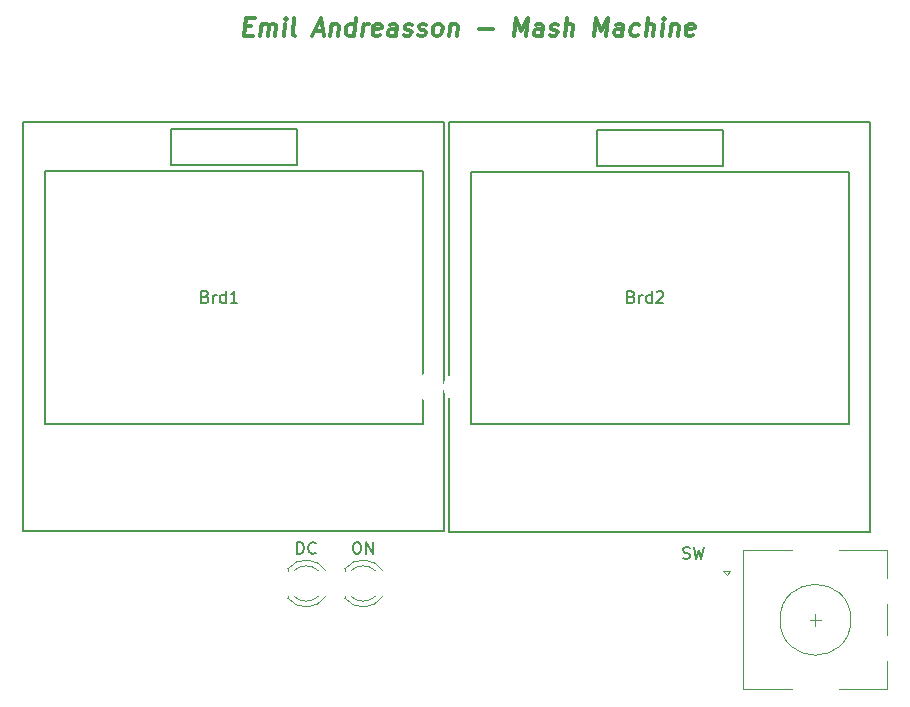
<source format=gto>
G04 #@! TF.GenerationSoftware,KiCad,Pcbnew,(5.0.2)-1*
G04 #@! TF.CreationDate,2024-08-16T20:27:31+02:00*
G04 #@! TF.ProjectId,MashMachine,4d617368-4d61-4636-9869-6e652e6b6963,rev?*
G04 #@! TF.SameCoordinates,Original*
G04 #@! TF.FileFunction,Legend,Top*
G04 #@! TF.FilePolarity,Positive*
%FSLAX46Y46*%
G04 Gerber Fmt 4.6, Leading zero omitted, Abs format (unit mm)*
G04 Created by KiCad (PCBNEW (5.0.2)-1) date 08/16/24 20:27:31*
%MOMM*%
%LPD*%
G01*
G04 APERTURE LIST*
%ADD10C,0.300000*%
%ADD11C,0.150000*%
%ADD12C,0.120000*%
%ADD13R,2.204000X2.204000*%
%ADD14C,2.204000*%
%ADD15R,1.626000X1.626000*%
%ADD16C,1.626000*%
%ADD17R,2.102000X2.102000*%
%ADD18C,2.102000*%
%ADD19C,1.702000*%
%ADD20O,1.702000X1.702000*%
%ADD21R,1.902000X1.902000*%
%ADD22C,1.902000*%
%ADD23C,5.702000*%
%ADD24O,1.802000X1.802000*%
%ADD25R,1.802000X1.802000*%
%ADD26R,2.007000X2.102000*%
%ADD27O,2.007000X2.102000*%
%ADD28R,3.302000X2.102000*%
G04 APERTURE END LIST*
D10*
X116641642Y-84030357D02*
X117141642Y-84030357D01*
X117257714Y-84816071D02*
X116543428Y-84816071D01*
X116730928Y-83316071D01*
X117445214Y-83316071D01*
X117900571Y-84816071D02*
X118025571Y-83816071D01*
X118007714Y-83958928D02*
X118088071Y-83887500D01*
X118239857Y-83816071D01*
X118454142Y-83816071D01*
X118588071Y-83887500D01*
X118641642Y-84030357D01*
X118543428Y-84816071D01*
X118641642Y-84030357D02*
X118730928Y-83887500D01*
X118882714Y-83816071D01*
X119096999Y-83816071D01*
X119230928Y-83887500D01*
X119284499Y-84030357D01*
X119186285Y-84816071D01*
X119900571Y-84816071D02*
X120025571Y-83816071D01*
X120088071Y-83316071D02*
X120007714Y-83387500D01*
X120070214Y-83458928D01*
X120150571Y-83387500D01*
X120088071Y-83316071D01*
X120070214Y-83458928D01*
X120829142Y-84816071D02*
X120695214Y-84744642D01*
X120641642Y-84601785D01*
X120802357Y-83316071D01*
X122525571Y-84387500D02*
X123239857Y-84387500D01*
X122329142Y-84816071D02*
X123016642Y-83316071D01*
X123329142Y-84816071D01*
X123954142Y-83816071D02*
X123829142Y-84816071D01*
X123936285Y-83958928D02*
X124016642Y-83887500D01*
X124168428Y-83816071D01*
X124382714Y-83816071D01*
X124516642Y-83887500D01*
X124570214Y-84030357D01*
X124471999Y-84816071D01*
X125829142Y-84816071D02*
X126016642Y-83316071D01*
X125838071Y-84744642D02*
X125686285Y-84816071D01*
X125400571Y-84816071D01*
X125266642Y-84744642D01*
X125204142Y-84673214D01*
X125150571Y-84530357D01*
X125204142Y-84101785D01*
X125293428Y-83958928D01*
X125373785Y-83887500D01*
X125525571Y-83816071D01*
X125811285Y-83816071D01*
X125945214Y-83887500D01*
X126543428Y-84816071D02*
X126668428Y-83816071D01*
X126632714Y-84101785D02*
X126721999Y-83958928D01*
X126802357Y-83887500D01*
X126954142Y-83816071D01*
X127096999Y-83816071D01*
X128052357Y-84744642D02*
X127900571Y-84816071D01*
X127614857Y-84816071D01*
X127480928Y-84744642D01*
X127427357Y-84601785D01*
X127498785Y-84030357D01*
X127588071Y-83887500D01*
X127739857Y-83816071D01*
X128025571Y-83816071D01*
X128159499Y-83887500D01*
X128213071Y-84030357D01*
X128195214Y-84173214D01*
X127463071Y-84316071D01*
X129400571Y-84816071D02*
X129498785Y-84030357D01*
X129445214Y-83887500D01*
X129311285Y-83816071D01*
X129025571Y-83816071D01*
X128873785Y-83887500D01*
X129409499Y-84744642D02*
X129257714Y-84816071D01*
X128900571Y-84816071D01*
X128766642Y-84744642D01*
X128713071Y-84601785D01*
X128730928Y-84458928D01*
X128820214Y-84316071D01*
X128971999Y-84244642D01*
X129329142Y-84244642D01*
X129480928Y-84173214D01*
X130052357Y-84744642D02*
X130186285Y-84816071D01*
X130471999Y-84816071D01*
X130623785Y-84744642D01*
X130713071Y-84601785D01*
X130721999Y-84530357D01*
X130668428Y-84387500D01*
X130534499Y-84316071D01*
X130320214Y-84316071D01*
X130186285Y-84244642D01*
X130132714Y-84101785D01*
X130141642Y-84030357D01*
X130230928Y-83887500D01*
X130382714Y-83816071D01*
X130596999Y-83816071D01*
X130730928Y-83887500D01*
X131266642Y-84744642D02*
X131400571Y-84816071D01*
X131686285Y-84816071D01*
X131838071Y-84744642D01*
X131927357Y-84601785D01*
X131936285Y-84530357D01*
X131882714Y-84387500D01*
X131748785Y-84316071D01*
X131534499Y-84316071D01*
X131400571Y-84244642D01*
X131346999Y-84101785D01*
X131355928Y-84030357D01*
X131445214Y-83887500D01*
X131596999Y-83816071D01*
X131811285Y-83816071D01*
X131945214Y-83887500D01*
X132757714Y-84816071D02*
X132623785Y-84744642D01*
X132561285Y-84673214D01*
X132507714Y-84530357D01*
X132561285Y-84101785D01*
X132650571Y-83958928D01*
X132730928Y-83887500D01*
X132882714Y-83816071D01*
X133096999Y-83816071D01*
X133230928Y-83887500D01*
X133293428Y-83958928D01*
X133347000Y-84101785D01*
X133293428Y-84530357D01*
X133204142Y-84673214D01*
X133123785Y-84744642D01*
X132971999Y-84816071D01*
X132757714Y-84816071D01*
X134025571Y-83816071D02*
X133900571Y-84816071D01*
X134007714Y-83958928D02*
X134088071Y-83887500D01*
X134239857Y-83816071D01*
X134454142Y-83816071D01*
X134588071Y-83887500D01*
X134641642Y-84030357D01*
X134543428Y-84816071D01*
X136472000Y-84244642D02*
X137614857Y-84244642D01*
X139400571Y-84816071D02*
X139588071Y-83316071D01*
X139954142Y-84387500D01*
X140588071Y-83316071D01*
X140400571Y-84816071D01*
X141757714Y-84816071D02*
X141855928Y-84030357D01*
X141802357Y-83887500D01*
X141668428Y-83816071D01*
X141382714Y-83816071D01*
X141230928Y-83887500D01*
X141766642Y-84744642D02*
X141614857Y-84816071D01*
X141257714Y-84816071D01*
X141123785Y-84744642D01*
X141070214Y-84601785D01*
X141088071Y-84458928D01*
X141177357Y-84316071D01*
X141329142Y-84244642D01*
X141686285Y-84244642D01*
X141838071Y-84173214D01*
X142409500Y-84744642D02*
X142543428Y-84816071D01*
X142829142Y-84816071D01*
X142980928Y-84744642D01*
X143070214Y-84601785D01*
X143079142Y-84530357D01*
X143025571Y-84387500D01*
X142891642Y-84316071D01*
X142677357Y-84316071D01*
X142543428Y-84244642D01*
X142489857Y-84101785D01*
X142498785Y-84030357D01*
X142588071Y-83887500D01*
X142739857Y-83816071D01*
X142954142Y-83816071D01*
X143088071Y-83887500D01*
X143686285Y-84816071D02*
X143873785Y-83316071D01*
X144329142Y-84816071D02*
X144427357Y-84030357D01*
X144373785Y-83887500D01*
X144239857Y-83816071D01*
X144025571Y-83816071D01*
X143873785Y-83887500D01*
X143793428Y-83958928D01*
X146186285Y-84816071D02*
X146373785Y-83316071D01*
X146739857Y-84387500D01*
X147373785Y-83316071D01*
X147186285Y-84816071D01*
X148543428Y-84816071D02*
X148641642Y-84030357D01*
X148588071Y-83887500D01*
X148454142Y-83816071D01*
X148168428Y-83816071D01*
X148016642Y-83887500D01*
X148552357Y-84744642D02*
X148400571Y-84816071D01*
X148043428Y-84816071D01*
X147909500Y-84744642D01*
X147855928Y-84601785D01*
X147873785Y-84458928D01*
X147963071Y-84316071D01*
X148114857Y-84244642D01*
X148472000Y-84244642D01*
X148623785Y-84173214D01*
X149909500Y-84744642D02*
X149757714Y-84816071D01*
X149472000Y-84816071D01*
X149338071Y-84744642D01*
X149275571Y-84673214D01*
X149222000Y-84530357D01*
X149275571Y-84101785D01*
X149364857Y-83958928D01*
X149445214Y-83887500D01*
X149597000Y-83816071D01*
X149882714Y-83816071D01*
X150016642Y-83887500D01*
X150543428Y-84816071D02*
X150730928Y-83316071D01*
X151186285Y-84816071D02*
X151284500Y-84030357D01*
X151230928Y-83887500D01*
X151097000Y-83816071D01*
X150882714Y-83816071D01*
X150730928Y-83887500D01*
X150650571Y-83958928D01*
X151900571Y-84816071D02*
X152025571Y-83816071D01*
X152088071Y-83316071D02*
X152007714Y-83387500D01*
X152070214Y-83458928D01*
X152150571Y-83387500D01*
X152088071Y-83316071D01*
X152070214Y-83458928D01*
X152739857Y-83816071D02*
X152614857Y-84816071D01*
X152722000Y-83958928D02*
X152802357Y-83887500D01*
X152954142Y-83816071D01*
X153168428Y-83816071D01*
X153302357Y-83887500D01*
X153355928Y-84030357D01*
X153257714Y-84816071D01*
X154552357Y-84744642D02*
X154400571Y-84816071D01*
X154114857Y-84816071D01*
X153980928Y-84744642D01*
X153927357Y-84601785D01*
X153998785Y-84030357D01*
X154088071Y-83887500D01*
X154239857Y-83816071D01*
X154525571Y-83816071D01*
X154659500Y-83887500D01*
X154713071Y-84030357D01*
X154695214Y-84173214D01*
X153963071Y-84316071D01*
D11*
G04 #@! TO.C,Brd2*
X167767000Y-115125500D02*
X167767000Y-117729000D01*
X135763000Y-115125500D02*
X135763000Y-117729000D01*
X133858000Y-92138500D02*
X134429500Y-92138500D01*
X169545000Y-92138500D02*
X169545000Y-126809500D01*
X133858000Y-126809500D02*
X169545000Y-126809500D01*
X133858000Y-92138500D02*
X133858000Y-126809500D01*
X134429500Y-92138500D02*
X169545000Y-92138500D01*
X146431000Y-93281500D02*
X146431000Y-95821500D01*
X146431000Y-95821500D02*
X157099000Y-95821500D01*
X157099000Y-95821500D02*
X157099000Y-92773500D01*
X157099000Y-92773500D02*
X146431000Y-92773500D01*
X146431000Y-92773500D02*
X146431000Y-93281500D01*
X135763000Y-96329500D02*
X167767000Y-96329500D01*
X167767000Y-96329500D02*
X167767000Y-115125500D01*
X167767000Y-117729000D02*
X135763000Y-117729000D01*
X135763000Y-115125500D02*
X135763000Y-96329500D01*
G04 #@! TO.C,Brd1*
X131695261Y-115101441D02*
X131695261Y-117704941D01*
X99691261Y-115101441D02*
X99691261Y-117704941D01*
X97786261Y-92114441D02*
X98357761Y-92114441D01*
X133473261Y-92114441D02*
X133473261Y-126785441D01*
X97786261Y-126785441D02*
X133473261Y-126785441D01*
X97786261Y-92114441D02*
X97786261Y-126785441D01*
X98357761Y-92114441D02*
X133473261Y-92114441D01*
X110359261Y-93257441D02*
X110359261Y-95797441D01*
X110359261Y-95797441D02*
X121027261Y-95797441D01*
X121027261Y-95797441D02*
X121027261Y-92749441D01*
X121027261Y-92749441D02*
X110359261Y-92749441D01*
X110359261Y-92749441D02*
X110359261Y-93257441D01*
X99691261Y-96305441D02*
X131695261Y-96305441D01*
X131695261Y-96305441D02*
X131695261Y-115101441D01*
X131695261Y-117704941D02*
X99691261Y-117704941D01*
X99691261Y-115101441D02*
X99691261Y-96305441D01*
D12*
G04 #@! TO.C,DC*
X123465335Y-130112392D02*
G75*
G03X120233000Y-129955484I-1672335J-1078608D01*
G01*
X123465335Y-132269608D02*
G75*
G02X120233000Y-132426516I-1672335J1078608D01*
G01*
X122834130Y-130111163D02*
G75*
G03X120752039Y-130111000I-1041130J-1079837D01*
G01*
X122834130Y-132270837D02*
G75*
G02X120752039Y-132271000I-1041130J1079837D01*
G01*
X120233000Y-129955000D02*
X120233000Y-130111000D01*
X120233000Y-132271000D02*
X120233000Y-132427000D01*
G04 #@! TO.C,ON*
X125059000Y-132271000D02*
X125059000Y-132427000D01*
X125059000Y-129955000D02*
X125059000Y-130111000D01*
X127660130Y-132270837D02*
G75*
G02X125578039Y-132271000I-1041130J1079837D01*
G01*
X127660130Y-130111163D02*
G75*
G03X125578039Y-130111000I-1041130J-1079837D01*
G01*
X128291335Y-132269608D02*
G75*
G02X125059000Y-132426516I-1672335J1078608D01*
G01*
X128291335Y-130112392D02*
G75*
G03X125059000Y-129955484I-1672335J-1078608D01*
G01*
G04 #@! TO.C,SW*
X164416500Y-134262500D02*
X165416500Y-134262500D01*
X164916500Y-133762500D02*
X164916500Y-134762500D01*
X171016500Y-137762500D02*
X171016500Y-140162500D01*
X171016500Y-132962500D02*
X171016500Y-135562500D01*
X171016500Y-128362500D02*
X171016500Y-130762500D01*
X157716500Y-130162500D02*
X157416500Y-130462500D01*
X157116500Y-130162500D02*
X157716500Y-130162500D01*
X157416500Y-130462500D02*
X157116500Y-130162500D01*
X158816500Y-128362500D02*
X158816500Y-140162500D01*
X162916500Y-128362500D02*
X158816500Y-128362500D01*
X162916500Y-140162500D02*
X158816500Y-140162500D01*
X171016500Y-140162500D02*
X166916500Y-140162500D01*
X166916500Y-128362500D02*
X171016500Y-128362500D01*
X167916500Y-134262500D02*
G75*
G03X167916500Y-134262500I-3000000J0D01*
G01*
G04 #@! TO.C,Brd2*
D11*
X149328333Y-106918071D02*
X149471190Y-106965690D01*
X149518809Y-107013309D01*
X149566428Y-107108547D01*
X149566428Y-107251404D01*
X149518809Y-107346642D01*
X149471190Y-107394261D01*
X149375952Y-107441880D01*
X148995000Y-107441880D01*
X148995000Y-106441880D01*
X149328333Y-106441880D01*
X149423571Y-106489500D01*
X149471190Y-106537119D01*
X149518809Y-106632357D01*
X149518809Y-106727595D01*
X149471190Y-106822833D01*
X149423571Y-106870452D01*
X149328333Y-106918071D01*
X148995000Y-106918071D01*
X149995000Y-107441880D02*
X149995000Y-106775214D01*
X149995000Y-106965690D02*
X150042619Y-106870452D01*
X150090238Y-106822833D01*
X150185476Y-106775214D01*
X150280714Y-106775214D01*
X151042619Y-107441880D02*
X151042619Y-106441880D01*
X151042619Y-107394261D02*
X150947380Y-107441880D01*
X150756904Y-107441880D01*
X150661666Y-107394261D01*
X150614047Y-107346642D01*
X150566428Y-107251404D01*
X150566428Y-106965690D01*
X150614047Y-106870452D01*
X150661666Y-106822833D01*
X150756904Y-106775214D01*
X150947380Y-106775214D01*
X151042619Y-106822833D01*
X151471190Y-106537119D02*
X151518809Y-106489500D01*
X151614047Y-106441880D01*
X151852142Y-106441880D01*
X151947380Y-106489500D01*
X151995000Y-106537119D01*
X152042619Y-106632357D01*
X152042619Y-106727595D01*
X151995000Y-106870452D01*
X151423571Y-107441880D01*
X152042619Y-107441880D01*
G04 #@! TO.C,Brd1*
X113256594Y-106894012D02*
X113399451Y-106941631D01*
X113447070Y-106989250D01*
X113494689Y-107084488D01*
X113494689Y-107227345D01*
X113447070Y-107322583D01*
X113399451Y-107370202D01*
X113304213Y-107417821D01*
X112923261Y-107417821D01*
X112923261Y-106417821D01*
X113256594Y-106417821D01*
X113351832Y-106465441D01*
X113399451Y-106513060D01*
X113447070Y-106608298D01*
X113447070Y-106703536D01*
X113399451Y-106798774D01*
X113351832Y-106846393D01*
X113256594Y-106894012D01*
X112923261Y-106894012D01*
X113923261Y-107417821D02*
X113923261Y-106751155D01*
X113923261Y-106941631D02*
X113970880Y-106846393D01*
X114018499Y-106798774D01*
X114113737Y-106751155D01*
X114208975Y-106751155D01*
X114970880Y-107417821D02*
X114970880Y-106417821D01*
X114970880Y-107370202D02*
X114875641Y-107417821D01*
X114685165Y-107417821D01*
X114589927Y-107370202D01*
X114542308Y-107322583D01*
X114494689Y-107227345D01*
X114494689Y-106941631D01*
X114542308Y-106846393D01*
X114589927Y-106798774D01*
X114685165Y-106751155D01*
X114875641Y-106751155D01*
X114970880Y-106798774D01*
X115970880Y-107417821D02*
X115399451Y-107417821D01*
X115685165Y-107417821D02*
X115685165Y-106417821D01*
X115589927Y-106560679D01*
X115494689Y-106655917D01*
X115399451Y-106703536D01*
G04 #@! TO.C,DC*
X121031095Y-128683380D02*
X121031095Y-127683380D01*
X121269190Y-127683380D01*
X121412047Y-127731000D01*
X121507285Y-127826238D01*
X121554904Y-127921476D01*
X121602523Y-128111952D01*
X121602523Y-128254809D01*
X121554904Y-128445285D01*
X121507285Y-128540523D01*
X121412047Y-128635761D01*
X121269190Y-128683380D01*
X121031095Y-128683380D01*
X122602523Y-128588142D02*
X122554904Y-128635761D01*
X122412047Y-128683380D01*
X122316809Y-128683380D01*
X122173952Y-128635761D01*
X122078714Y-128540523D01*
X122031095Y-128445285D01*
X121983476Y-128254809D01*
X121983476Y-128111952D01*
X122031095Y-127921476D01*
X122078714Y-127826238D01*
X122173952Y-127731000D01*
X122316809Y-127683380D01*
X122412047Y-127683380D01*
X122554904Y-127731000D01*
X122602523Y-127778619D01*
G04 #@! TO.C,*
G04 #@! TO.C,ON*
X125999952Y-127683380D02*
X126190428Y-127683380D01*
X126285666Y-127731000D01*
X126380904Y-127826238D01*
X126428523Y-128016714D01*
X126428523Y-128350047D01*
X126380904Y-128540523D01*
X126285666Y-128635761D01*
X126190428Y-128683380D01*
X125999952Y-128683380D01*
X125904714Y-128635761D01*
X125809476Y-128540523D01*
X125761857Y-128350047D01*
X125761857Y-128016714D01*
X125809476Y-127826238D01*
X125904714Y-127731000D01*
X125999952Y-127683380D01*
X126857095Y-128683380D02*
X126857095Y-127683380D01*
X127428523Y-128683380D01*
X127428523Y-127683380D01*
G04 #@! TO.C,SW*
X153701857Y-129055761D02*
X153844714Y-129103380D01*
X154082809Y-129103380D01*
X154178047Y-129055761D01*
X154225666Y-129008142D01*
X154273285Y-128912904D01*
X154273285Y-128817666D01*
X154225666Y-128722428D01*
X154178047Y-128674809D01*
X154082809Y-128627190D01*
X153892333Y-128579571D01*
X153797095Y-128531952D01*
X153749476Y-128484333D01*
X153701857Y-128389095D01*
X153701857Y-128293857D01*
X153749476Y-128198619D01*
X153797095Y-128151000D01*
X153892333Y-128103380D01*
X154130428Y-128103380D01*
X154273285Y-128151000D01*
X154606619Y-128103380D02*
X154844714Y-129103380D01*
X155035190Y-128389095D01*
X155225666Y-129103380D01*
X155463761Y-128103380D01*
G04 #@! TD*
%LPC*%
D13*
G04 #@! TO.C,ESP32*
X109072000Y-89154000D03*
D14*
X111612000Y-89154000D03*
X114152000Y-89154000D03*
X116692000Y-89154000D03*
X119232000Y-89154000D03*
X121772000Y-89154000D03*
X124312000Y-89154000D03*
X126852000Y-89154000D03*
X129392000Y-89154000D03*
X131932000Y-89154000D03*
X134472000Y-89154000D03*
X137012000Y-89154000D03*
X139552000Y-89154000D03*
X142092000Y-89154000D03*
X144632000Y-89154000D03*
X109072000Y-114554000D03*
X111612000Y-114554000D03*
X114152000Y-114554000D03*
X116692000Y-114554000D03*
X119232000Y-114554000D03*
X121772000Y-114554000D03*
X124312000Y-114554000D03*
X126852000Y-114554000D03*
X129392000Y-114554000D03*
X131932000Y-114554000D03*
X134472000Y-114554000D03*
X137012000Y-114554000D03*
X139552000Y-114554000D03*
X142092000Y-114554000D03*
X144632000Y-114554000D03*
G04 #@! TD*
D15*
G04 #@! TO.C,Brd2*
X147955000Y-94297500D03*
D16*
X150495000Y-94297500D03*
X153035000Y-94297500D03*
X155575000Y-94297500D03*
G04 #@! TD*
D15*
G04 #@! TO.C,Brd1*
X111883261Y-94273441D03*
D16*
X114423261Y-94273441D03*
X116963261Y-94273441D03*
X119503261Y-94273441D03*
G04 #@! TD*
D17*
G04 #@! TO.C,BZ1*
X107833160Y-132948680D03*
D18*
X115433160Y-132948680D03*
G04 #@! TD*
D19*
G04 #@! TO.C,R1*
X120726200Y-139443190D03*
D20*
X128346200Y-139443190D03*
G04 #@! TD*
G04 #@! TO.C,R2*
X128369060Y-136392650D03*
D19*
X120749060Y-136392650D03*
G04 #@! TD*
D21*
G04 #@! TO.C,DC*
X120523000Y-131191000D03*
D22*
X123063000Y-131191000D03*
G04 #@! TD*
D23*
G04 #@! TO.C,*
X101092000Y-137541000D03*
G04 #@! TD*
G04 #@! TO.C,*
X151511000Y-137033000D03*
G04 #@! TD*
G04 #@! TO.C,*
X101600000Y-84201000D03*
G04 #@! TD*
G04 #@! TO.C,*
X171831000Y-85217000D03*
G04 #@! TD*
D24*
G04 #@! TO.C,Element Temp*
X174244000Y-102235000D03*
X174244000Y-104775000D03*
D25*
X174244000Y-107315000D03*
G04 #@! TD*
G04 #@! TO.C,MashTemp*
X174307500Y-116713000D03*
D24*
X174307500Y-114173000D03*
X174307500Y-111633000D03*
G04 #@! TD*
D25*
G04 #@! TO.C,SSR Out*
X174180500Y-96329500D03*
D24*
X174180500Y-93789500D03*
G04 #@! TD*
D22*
G04 #@! TO.C,ON*
X127889000Y-131191000D03*
D21*
X125349000Y-131191000D03*
G04 #@! TD*
D26*
G04 #@! TO.C,IRLZ44N*
X141605000Y-138684000D03*
D27*
X139065000Y-138684000D03*
X136525000Y-138684000D03*
G04 #@! TD*
D18*
G04 #@! TO.C,SW*
X171916500Y-136762500D03*
X171916500Y-131762500D03*
D28*
X164916500Y-139862500D03*
X164916500Y-128662500D03*
D18*
X157416500Y-136762500D03*
X157416500Y-134262500D03*
D17*
X157416500Y-131762500D03*
G04 #@! TD*
M02*

</source>
